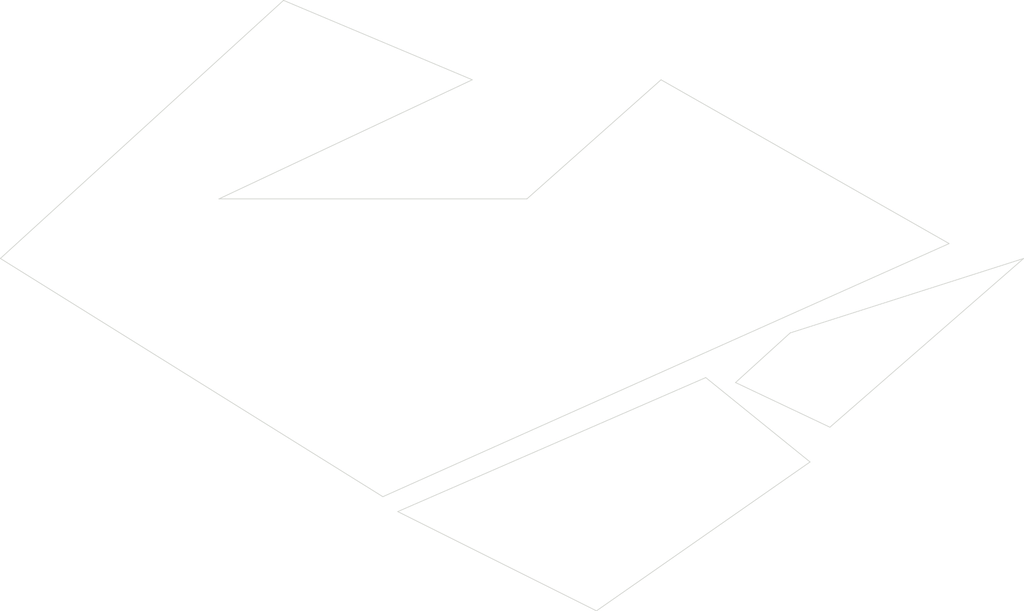
<source format=kicad_pcb>
(kicad_pcb (version 20171130) (host pcbnew "(5.1.0-0)")

  (general
    (thickness 1.6)
    (drawings 19)
    (tracks 0)
    (zones 0)
    (modules 0)
    (nets 1)
  )

  (page A3)
  (layers
    (0 F.Cu signal)
    (31 B.Cu signal)
    (32 B.Adhes user)
    (33 F.Adhes user)
    (34 B.Paste user)
    (35 F.Paste user)
    (36 B.SilkS user)
    (37 F.SilkS user)
    (38 B.Mask user)
    (39 F.Mask user)
    (40 Dwgs.User user)
    (41 Cmts.User user)
    (42 Eco1.User user)
    (43 Eco2.User user)
    (44 Edge.Cuts user)
    (45 Margin user)
    (46 B.CrtYd user)
    (47 F.CrtYd user)
    (48 B.Fab user)
    (49 F.Fab user)
  )

  (setup
    (last_trace_width 0.3)
    (trace_clearance 0.25)
    (zone_clearance 0.508)
    (zone_45_only no)
    (trace_min 0.2)
    (via_size 1)
    (via_drill 0.6)
    (via_min_size 0.4)
    (via_min_drill 0.3)
    (uvia_size 0.3)
    (uvia_drill 0.1)
    (uvias_allowed no)
    (uvia_min_size 0.2)
    (uvia_min_drill 0.1)
    (edge_width 0.15)
    (segment_width 0.2)
    (pcb_text_width 0.3)
    (pcb_text_size 1.5 1.5)
    (mod_edge_width 0.15)
    (mod_text_size 1 1)
    (mod_text_width 0.15)
    (pad_size 1.524 1.524)
    (pad_drill 0.762)
    (pad_to_mask_clearance 0.2)
    (aux_axis_origin 0 0)
    (grid_origin 69.605 148.237)
    (visible_elements FFFFFF7F)
    (pcbplotparams
      (layerselection 0x010fc_ffffffff)
      (usegerberextensions false)
      (usegerberattributes false)
      (usegerberadvancedattributes false)
      (creategerberjobfile false)
      (excludeedgelayer true)
      (linewidth 0.050000)
      (plotframeref false)
      (viasonmask false)
      (mode 1)
      (useauxorigin false)
      (hpglpennumber 1)
      (hpglpenspeed 20)
      (hpglpendiameter 15.000000)
      (psnegative false)
      (psa4output false)
      (plotreference true)
      (plotvalue true)
      (plotinvisibletext false)
      (padsonsilk false)
      (subtractmaskfromsilk false)
      (outputformat 1)
      (mirror false)
      (drillshape 0)
      (scaleselection 1)
      (outputdirectory "./gerber"))
  )

  (net 0 "")

  (net_class Default "This is the default net class."
    (clearance 0.25)
    (trace_width 0.3)
    (via_dia 1)
    (via_drill 0.6)
    (uvia_dia 0.3)
    (uvia_drill 0.1)
  )

  (gr_line (start 268.605 96.237) (end 263.605 74.237) (layer Eco1.User) (width 0.15))
  (gr_line (start 240.605 113.237) (end 258.605 99.237) (layer Eco1.User) (width 0.15))
  (gr_line (start 204.605 97.237) (end 214.605 116.237) (layer Eco1.User) (width 0.15))
  (gr_line (start 302.605 74.237) (end 255.605 89.237) (layer Edge.Cuts) (width 0.15) (tstamp 5CD10654))
  (gr_line (start 263.605 108.237) (end 302.605 74.237) (layer Edge.Cuts) (width 0.15))
  (gr_line (start 244.605 99.237) (end 263.605 108.237) (layer Edge.Cuts) (width 0.15))
  (gr_line (start 255.605 89.237) (end 244.605 99.237) (layer Edge.Cuts) (width 0.15))
  (gr_line (start 216.605 145.237) (end 176.605 125.237) (layer Edge.Cuts) (width 0.15) (tstamp 5CD10653))
  (gr_line (start 259.605 115.237) (end 216.605 145.237) (layer Edge.Cuts) (width 0.15))
  (gr_line (start 238.605 98.237) (end 259.605 115.237) (layer Edge.Cuts) (width 0.15))
  (gr_line (start 176.605 125.237) (end 238.605 98.237) (layer Edge.Cuts) (width 0.15))
  (gr_line (start 173.605 122.237) (end 96.605 74.237) (layer Edge.Cuts) (width 0.15) (tstamp 5CD10652))
  (gr_line (start 287.605 71.237) (end 173.605 122.237) (layer Edge.Cuts) (width 0.15))
  (gr_line (start 229.605 38.237) (end 287.605 71.237) (layer Edge.Cuts) (width 0.15))
  (gr_line (start 202.605 62.237) (end 229.605 38.237) (layer Edge.Cuts) (width 0.15))
  (gr_line (start 140.605 62.237) (end 202.605 62.237) (layer Edge.Cuts) (width 0.15))
  (gr_line (start 191.605 38.237) (end 140.605 62.237) (layer Edge.Cuts) (width 0.15))
  (gr_line (start 153.605 22.237) (end 191.605 38.237) (layer Edge.Cuts) (width 0.15))
  (gr_line (start 96.605 74.237) (end 153.605 22.237) (layer Edge.Cuts) (width 0.15))

)

</source>
